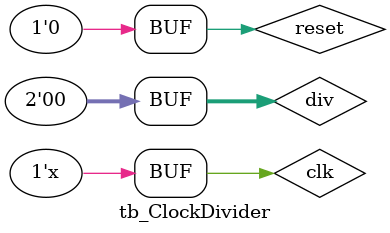
<source format=v>
`timescale 1ns/1ns

module tb_ClockDivider;

    reg clk;
    reg reset;
    reg [1:0] div;
    wire div_clk;

    ClockDivider CD (.clk(clk), .reset(reset), .in(div), .out(div_clk));

    // Continuous clock generation
    always #10 clk = ~clk; // clock every 10 ns

    initial begin
        clk = 0;
		  reset = 1; // Initial asynchronous reset
        #10_000 reset = 0; // Release reset after 10 ns
    end

    initial begin
		 #20_000 // Wait for a while before changing div values
		 
		  div = 2'b11; #40_000      // Set DIV to 11 (100 kHz)
		  div = 2'b10; #400_000  // Set DIV to 10 (10 kHz)
		  div = 2'b01; #2_000_000  // Set DIV to 01 (1 kHz)
        div = 2'b00; #10_000_000; // Set DIV to 00 (100 Hz)

		  //sum time to run in modlesim 12.47 mSEC
		  
    end
endmodule


</source>
